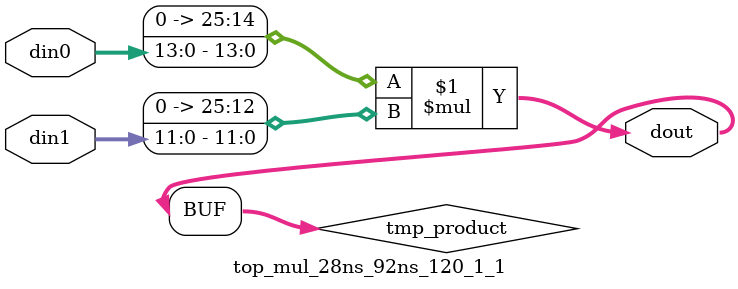
<source format=v>

`timescale 1 ns / 1 ps

  module top_mul_28ns_92ns_120_1_1(din0, din1, dout);
parameter ID = 1;
parameter NUM_STAGE = 0;
parameter din0_WIDTH = 14;
parameter din1_WIDTH = 12;
parameter dout_WIDTH = 26;

input [din0_WIDTH - 1 : 0] din0; 
input [din1_WIDTH - 1 : 0] din1; 
output [dout_WIDTH - 1 : 0] dout;

wire signed [dout_WIDTH - 1 : 0] tmp_product;










assign tmp_product = $signed({1'b0, din0}) * $signed({1'b0, din1});











assign dout = tmp_product;







endmodule

</source>
